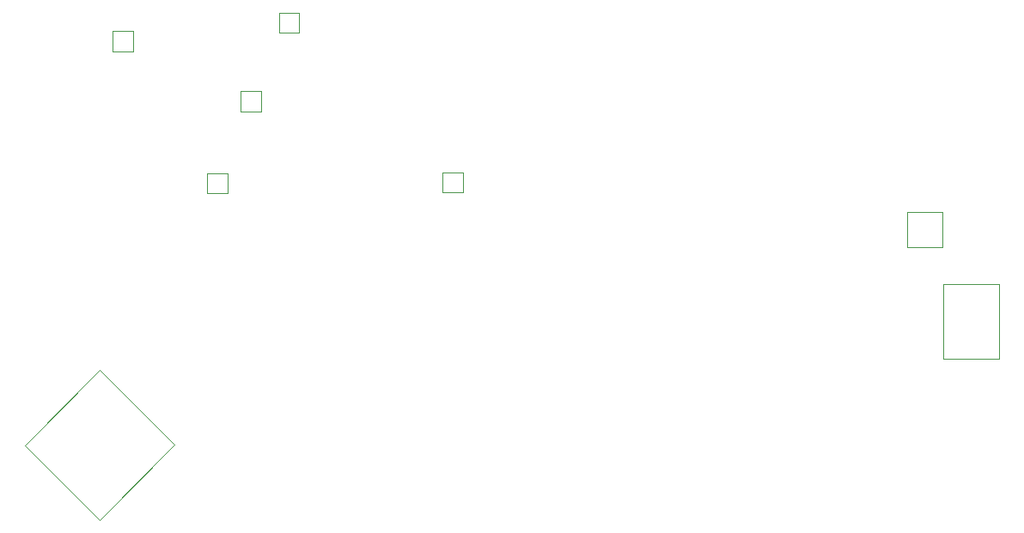
<source format=gbr>
G04 #@! TF.GenerationSoftware,KiCad,Pcbnew,5.1.10*
G04 #@! TF.CreationDate,2021-12-22T00:24:27+01:00*
G04 #@! TF.ProjectId,mch2021,6d636832-3032-4312-9e6b-696361645f70,3*
G04 #@! TF.SameCoordinates,Original*
G04 #@! TF.FileFunction,Other,User*
%FSLAX46Y46*%
G04 Gerber Fmt 4.6, Leading zero omitted, Abs format (unit mm)*
G04 Created by KiCad (PCBNEW 5.1.10) date 2021-12-22 00:24:27*
%MOMM*%
%LPD*%
G01*
G04 APERTURE LIST*
%ADD10C,0.050000*%
G04 APERTURE END LIST*
D10*
X-16233380Y24624720D02*
X-18233380Y24624720D01*
X-18233380Y24624720D02*
X-18233380Y26624720D01*
X-18233380Y26624720D02*
X-16233380Y26624720D01*
X-16233380Y26624720D02*
X-16233380Y24624720D01*
X-32359840Y42360020D02*
X-32359840Y40360020D01*
X-32359840Y40360020D02*
X-34359840Y40360020D01*
X-34359840Y40360020D02*
X-34359840Y42360020D01*
X-34359840Y42360020D02*
X-32359840Y42360020D01*
X-50768240Y38533760D02*
X-50768240Y40533760D01*
X-50768240Y40533760D02*
X-48768240Y40533760D01*
X-48768240Y40533760D02*
X-48768240Y38533760D01*
X-48768240Y38533760D02*
X-50768240Y38533760D01*
X-38126660Y32610480D02*
X-38126660Y34610480D01*
X-38126660Y34610480D02*
X-36126660Y34610480D01*
X-36126660Y34610480D02*
X-36126660Y32610480D01*
X-36126660Y32610480D02*
X-38126660Y32610480D01*
X-39441360Y24553600D02*
X-41441360Y24553600D01*
X-41441360Y24553600D02*
X-41441360Y26553600D01*
X-41441360Y26553600D02*
X-39441360Y26553600D01*
X-39441360Y26553600D02*
X-39441360Y24553600D01*
X31060000Y19190000D02*
X31060000Y22690000D01*
X27560000Y19190000D02*
X31060000Y19190000D01*
X27560000Y22690000D02*
X27560000Y19190000D01*
X31060000Y22690000D02*
X27560000Y22690000D01*
X36640000Y15550000D02*
X31140000Y15550000D01*
X31140000Y15550000D02*
X31140000Y8250000D01*
X31140000Y8250000D02*
X36640000Y8250000D01*
X36640000Y8250000D02*
X36640000Y15550000D01*
X-59423186Y-331335D02*
X-51998565Y7093286D01*
X-51998565Y7093286D02*
X-44644654Y-260625D01*
X-44644654Y-260625D02*
X-52069275Y-7685246D01*
X-52069275Y-7685246D02*
X-59423186Y-331335D01*
M02*

</source>
